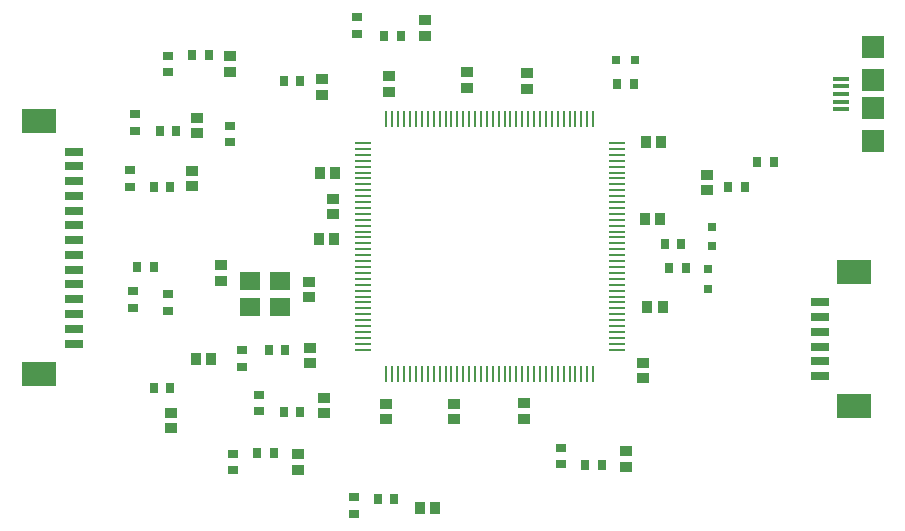
<source format=gtp>
G04*
G04 #@! TF.GenerationSoftware,Altium Limited,Altium Designer,21.8.1 (53)*
G04*
G04 Layer_Color=8421504*
%FSLAX25Y25*%
%MOIN*%
G70*
G04*
G04 #@! TF.SameCoordinates,C3BC6F45-041D-44BD-81EA-7FCEF9ED4BC6*
G04*
G04*
G04 #@! TF.FilePolarity,Positive*
G04*
G01*
G75*
%ADD15R,0.06299X0.03150*%
%ADD16R,0.11811X0.08268*%
%ADD17R,0.07480X0.07480*%
%ADD18R,0.05315X0.01575*%
%ADD19R,0.03937X0.03740*%
%ADD20R,0.03740X0.03937*%
%ADD21R,0.01100X0.05350*%
%ADD22R,0.03543X0.03150*%
%ADD23R,0.03150X0.03543*%
%ADD24R,0.03150X0.03150*%
%ADD25R,0.05350X0.01100*%
%ADD26R,0.06693X0.05906*%
%ADD27R,0.03150X0.03150*%
D15*
X272251Y78703D02*
D03*
Y73782D02*
D03*
Y68861D02*
D03*
Y59018D02*
D03*
Y54097D02*
D03*
Y63939D02*
D03*
X23500Y64936D02*
D03*
Y69858D02*
D03*
Y74779D02*
D03*
Y79700D02*
D03*
Y84621D02*
D03*
Y89543D02*
D03*
Y94464D02*
D03*
Y99385D02*
D03*
Y104306D02*
D03*
Y109228D02*
D03*
Y114149D02*
D03*
Y119070D02*
D03*
Y123991D02*
D03*
Y128913D02*
D03*
D16*
X283668Y88743D02*
D03*
Y44058D02*
D03*
X12083Y54897D02*
D03*
Y138952D02*
D03*
D17*
X289900Y163651D02*
D03*
Y152824D02*
D03*
Y143376D02*
D03*
Y132549D02*
D03*
D18*
X279368Y153218D02*
D03*
Y150659D02*
D03*
Y148100D02*
D03*
Y145541D02*
D03*
Y142982D02*
D03*
D19*
X213440Y58556D02*
D03*
Y53438D02*
D03*
X110100Y108141D02*
D03*
X174700Y155059D02*
D03*
X128795Y154028D02*
D03*
X101900Y80441D02*
D03*
X127810Y39658D02*
D03*
X98283Y22926D02*
D03*
X72692Y91036D02*
D03*
X55960Y36705D02*
D03*
X150448Y39658D02*
D03*
X173700Y39941D02*
D03*
X207535Y29028D02*
D03*
X154800Y155359D02*
D03*
X140605Y172729D02*
D03*
X106157Y147926D02*
D03*
X234600Y121259D02*
D03*
X75645Y155516D02*
D03*
X107141Y46745D02*
D03*
X102220Y58359D02*
D03*
X62850Y122532D02*
D03*
X64818Y140249D02*
D03*
Y135131D02*
D03*
X62850Y117414D02*
D03*
X102220Y63477D02*
D03*
X107141Y41627D02*
D03*
X75645Y160634D02*
D03*
X234600Y116141D02*
D03*
X106157Y153044D02*
D03*
X140605Y167611D02*
D03*
X154800Y150241D02*
D03*
X207535Y23910D02*
D03*
X173700Y45059D02*
D03*
X150448Y44776D02*
D03*
X55960Y41824D02*
D03*
X72692Y85918D02*
D03*
X98283Y28044D02*
D03*
X127810Y44776D02*
D03*
X101900Y85559D02*
D03*
X128795Y148910D02*
D03*
X174700Y149941D02*
D03*
X110100Y113259D02*
D03*
D20*
X214741Y77100D02*
D03*
X219859D02*
D03*
X105566Y121942D02*
D03*
X105341Y99700D02*
D03*
X69346Y59934D02*
D03*
X219359Y132100D02*
D03*
X218959Y106600D02*
D03*
X144149Y10221D02*
D03*
X139031D02*
D03*
X213841Y106600D02*
D03*
X214241Y132100D02*
D03*
X64228Y59934D02*
D03*
X110459Y99700D02*
D03*
X110684Y121942D02*
D03*
D21*
X141590Y139760D02*
D03*
X127810Y54910D02*
D03*
X149464D02*
D03*
X169149D02*
D03*
X194739D02*
D03*
X175054Y139760D02*
D03*
X157338D02*
D03*
X131747D02*
D03*
X127810D02*
D03*
X129779D02*
D03*
X133716D02*
D03*
X135684D02*
D03*
X137653D02*
D03*
X139621D02*
D03*
X143558D02*
D03*
X145527D02*
D03*
X147495D02*
D03*
X149464D02*
D03*
X151432D02*
D03*
X153401D02*
D03*
X155369D02*
D03*
X159306D02*
D03*
X161275D02*
D03*
X163243D02*
D03*
X165212D02*
D03*
X167180D02*
D03*
X169149D02*
D03*
X171117D02*
D03*
X173086D02*
D03*
X177023D02*
D03*
X178991D02*
D03*
X180960D02*
D03*
X182928D02*
D03*
X184897D02*
D03*
X186865D02*
D03*
X188834D02*
D03*
X190802D02*
D03*
X192771D02*
D03*
X194739D02*
D03*
X196708D02*
D03*
Y54910D02*
D03*
X192771D02*
D03*
X190802D02*
D03*
X188834D02*
D03*
X186865D02*
D03*
X184897D02*
D03*
X182928D02*
D03*
X180960D02*
D03*
X178991D02*
D03*
X177023D02*
D03*
X175054D02*
D03*
X173086D02*
D03*
X171117D02*
D03*
X167180D02*
D03*
X165212D02*
D03*
X163243D02*
D03*
X161275D02*
D03*
X159306D02*
D03*
X157338D02*
D03*
X155369D02*
D03*
X153401D02*
D03*
X151432D02*
D03*
X147495D02*
D03*
X145527D02*
D03*
X143558D02*
D03*
X141590D02*
D03*
X139621D02*
D03*
X137653D02*
D03*
X135684D02*
D03*
X133716D02*
D03*
X131747D02*
D03*
X129779D02*
D03*
D22*
X54976Y155319D02*
D03*
X75645Y131981D02*
D03*
X44149Y141430D02*
D03*
X42180Y122729D02*
D03*
X116900Y8244D02*
D03*
X43165Y76863D02*
D03*
X85487Y47926D02*
D03*
X79582Y57178D02*
D03*
X76629Y22729D02*
D03*
X185881Y30209D02*
D03*
X118100Y173756D02*
D03*
Y168244D02*
D03*
X185881Y24698D02*
D03*
X76629Y28241D02*
D03*
X79582Y62690D02*
D03*
X85487Y42414D02*
D03*
X43165Y82375D02*
D03*
X54976Y81391D02*
D03*
Y75879D02*
D03*
X116900Y13756D02*
D03*
X42180Y117217D02*
D03*
X44149Y135918D02*
D03*
X75645Y137493D02*
D03*
X54976Y160831D02*
D03*
D23*
X50156Y90500D02*
D03*
X256956Y125500D02*
D03*
X57731Y135721D02*
D03*
X52220D02*
D03*
X94149Y62887D02*
D03*
X88637D02*
D03*
X99070Y42217D02*
D03*
X93558D02*
D03*
X68558Y161028D02*
D03*
X63046D02*
D03*
X99070Y152453D02*
D03*
X93558D02*
D03*
X127044Y167400D02*
D03*
X132556D02*
D03*
X210291Y151469D02*
D03*
X204779D02*
D03*
X227556Y90100D02*
D03*
X222044D02*
D03*
X226056Y98000D02*
D03*
X220544D02*
D03*
X247256Y117000D02*
D03*
X241744D02*
D03*
X251444Y125500D02*
D03*
X194149Y24501D02*
D03*
X199661D02*
D03*
X50251Y50091D02*
D03*
X55763D02*
D03*
X84700Y28438D02*
D03*
X90212D02*
D03*
X44644Y90500D02*
D03*
X124857Y13174D02*
D03*
X130369D02*
D03*
X50251Y117020D02*
D03*
X55763D02*
D03*
D24*
X235100Y83252D02*
D03*
X236200Y103848D02*
D03*
Y97352D02*
D03*
X235100Y89748D02*
D03*
D25*
X119834Y102257D02*
D03*
X204684Y82572D02*
D03*
Y104225D02*
D03*
Y129816D02*
D03*
Y131784D02*
D03*
Y127847D02*
D03*
Y125879D02*
D03*
Y123910D02*
D03*
Y121942D02*
D03*
Y119973D02*
D03*
Y118005D02*
D03*
Y116036D02*
D03*
Y114068D02*
D03*
Y112099D02*
D03*
Y110131D02*
D03*
Y108162D02*
D03*
Y106194D02*
D03*
Y102257D02*
D03*
Y100288D02*
D03*
Y98320D02*
D03*
Y96351D02*
D03*
Y94383D02*
D03*
Y92414D02*
D03*
Y90446D02*
D03*
Y88477D02*
D03*
Y86509D02*
D03*
Y84540D02*
D03*
Y80603D02*
D03*
Y78635D02*
D03*
Y76666D02*
D03*
Y74698D02*
D03*
Y72729D02*
D03*
Y70761D02*
D03*
Y68792D02*
D03*
Y66824D02*
D03*
Y64855D02*
D03*
Y62887D02*
D03*
X119834D02*
D03*
Y64855D02*
D03*
Y66824D02*
D03*
Y68792D02*
D03*
Y70761D02*
D03*
Y72729D02*
D03*
Y74698D02*
D03*
Y76666D02*
D03*
Y78635D02*
D03*
Y80603D02*
D03*
Y82572D02*
D03*
Y84540D02*
D03*
Y86509D02*
D03*
Y88477D02*
D03*
Y90446D02*
D03*
Y92414D02*
D03*
Y94383D02*
D03*
Y96351D02*
D03*
Y98320D02*
D03*
Y100288D02*
D03*
Y104225D02*
D03*
Y106194D02*
D03*
Y108162D02*
D03*
Y110131D02*
D03*
Y112099D02*
D03*
Y114068D02*
D03*
Y116036D02*
D03*
Y118005D02*
D03*
Y119973D02*
D03*
Y121942D02*
D03*
Y123910D02*
D03*
Y125879D02*
D03*
Y127847D02*
D03*
Y129816D02*
D03*
Y131784D02*
D03*
D26*
X92456Y77257D02*
D03*
X82456D02*
D03*
X92456Y85918D02*
D03*
X82456D02*
D03*
D27*
X210783Y159343D02*
D03*
X204287D02*
D03*
M02*

</source>
